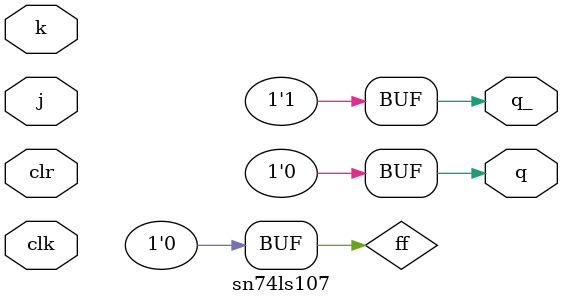
<source format=v>
module sn74ls107(q, q_, j, k, clk, clr);
input j, k, clk, clr;
output q, q_;
reg ff;
parameter
	// TI TTL data book Vol 1, 1985
	tPLH_min=0, tPLH_typ=15, tPLH_max=20,
	tPHL_min=0, tPHL_typ=15, tPHL_max=20;
	

always @(clr==0)
begin
	ff <= 0;
end

always @(negedge clk)
begin
	if (clr==1) begin
		ff <= (j==0 && k==0) ? ff :  // no change
			  (j==1 && k==0) ? 'b1 : // set
			  (j==0 && k==1) ? 'b0 : // reset
			  ~ff;                   // toggle
	end
end

assign #(tPLH_min:tPLH_typ:tPLH_max,
		 tPHL_min:tPHL_typ:tPHL_max)
	q  = ff;
assign #(tPLH_min:tPLH_typ:tPLH_max,
		 tPHL_min:tPHL_typ:tPHL_max)
	q_ = ~ff; 

endmodule

</source>
